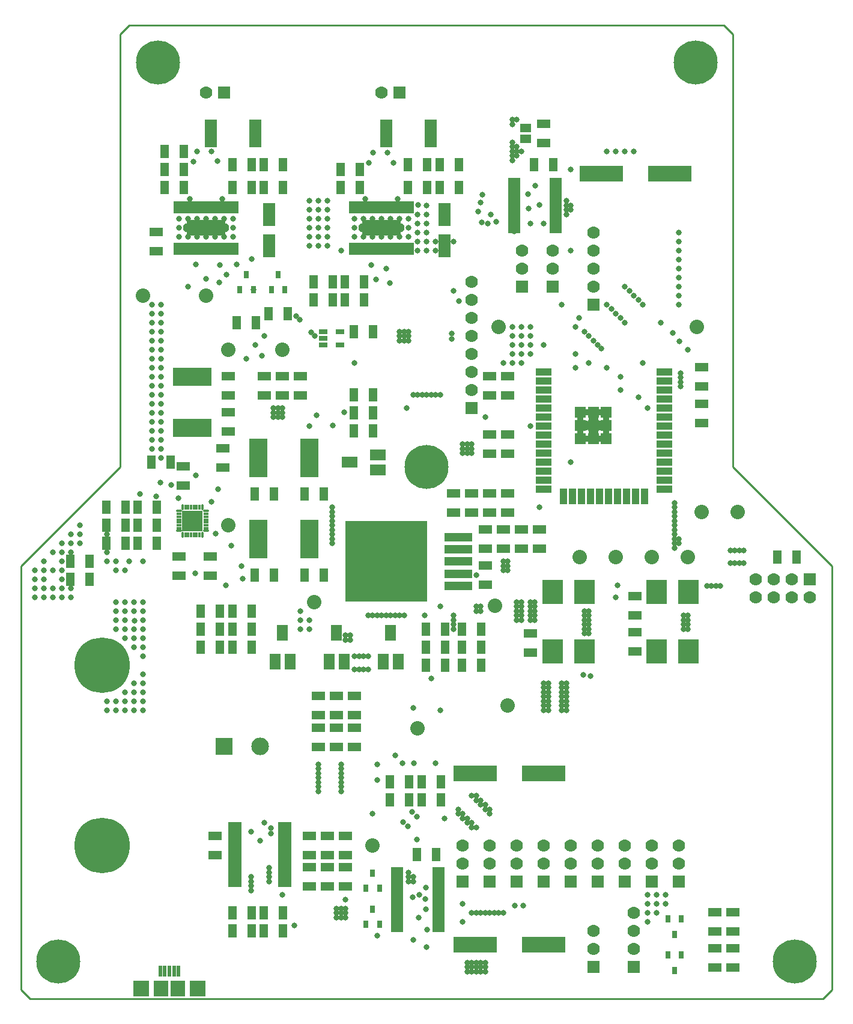
<source format=gts>
G04*
G04 #@! TF.GenerationSoftware,Altium Limited,Altium Designer,20.0.7 (75)*
G04*
G04 Layer_Color=8388736*
%FSLAX25Y25*%
%MOIN*%
G70*
G01*
G75*
%ADD10C,0.01000*%
%ADD16C,0.00500*%
%ADD47R,0.21272X0.08674*%
%ADD48R,0.02572X0.06607*%
%ADD49R,0.05131X0.07493*%
%ADD50R,0.24422X0.08674*%
%ADD51R,0.15800X0.04800*%
%ADD52R,0.45800X0.44800*%
%ADD53R,0.07099X0.12611*%
%ADD54R,0.11824X0.13398*%
%ADD55R,0.06036X0.06036*%
%ADD56R,0.08674X0.04343*%
%ADD57R,0.04343X0.08674*%
%ADD58R,0.07493X0.05131*%
%ADD59R,0.03162X0.04147*%
%ADD60R,0.06607X0.02572*%
%ADD61R,0.06706X0.15367*%
%ADD62R,0.08674X0.05918*%
%ADD63R,0.05918X0.08674*%
%ADD64R,0.02375X0.06312*%
%ADD65R,0.08674X0.08674*%
%ADD66R,0.08280X0.08674*%
%ADD67R,0.07493X0.02572*%
%ADD68R,0.04737X0.03162*%
%ADD69R,0.21800X0.10300*%
%ADD70R,0.10300X0.21800*%
%ADD71R,0.11181X0.11181*%
G04:AMPARAMS|DCode=72|XSize=15.35mil|YSize=31.1mil|CornerRadius=0mil|HoleSize=0mil|Usage=FLASHONLY|Rotation=0.000|XOffset=0mil|YOffset=0mil|HoleType=Round|Shape=Octagon|*
%AMOCTAGOND72*
4,1,8,-0.00384,0.01555,0.00384,0.01555,0.00768,0.01171,0.00768,-0.01171,0.00384,-0.01555,-0.00384,-0.01555,-0.00768,-0.01171,-0.00768,0.01171,-0.00384,0.01555,0.0*
%
%ADD72OCTAGOND72*%

%ADD73R,0.01535X0.03110*%
%ADD74R,0.03110X0.01535*%
G04:AMPARAMS|DCode=75|XSize=15.35mil|YSize=31.1mil|CornerRadius=0mil|HoleSize=0mil|Usage=FLASHONLY|Rotation=90.000|XOffset=0mil|YOffset=0mil|HoleType=Round|Shape=Octagon|*
%AMOCTAGOND75*
4,1,8,-0.01555,-0.00384,-0.01555,0.00384,-0.01171,0.00768,0.01171,0.00768,0.01555,0.00384,0.01555,-0.00384,0.01171,-0.00768,-0.01171,-0.00768,-0.01555,-0.00384,0.0*
%
%ADD75OCTAGOND75*%

%ADD76R,0.06312X0.05131*%
%ADD77C,0.07000*%
%ADD78R,0.07000X0.07000*%
%ADD79C,0.08000*%
%ADD80R,0.07000X0.07000*%
%ADD81C,0.09800*%
%ADD82R,0.09800X0.09800*%
%ADD83C,0.30800*%
%ADD84C,0.24422*%
%ADD85C,0.03162*%
%ADD86C,0.05524*%
%ADD87C,0.03556*%
D10*
X625000Y245000D02*
X625000Y10000D01*
X620000Y5000D02*
X625000Y10000D01*
X570000Y300000D02*
X625000Y245000D01*
X180000Y5000D02*
X620000D01*
X175000Y10000D02*
X180000Y5000D01*
X175000Y10000D02*
Y15000D01*
X175000D02*
X175000D01*
X175000D02*
Y245000D01*
X230000Y300000D01*
Y540000D02*
X235000Y545000D01*
X230000Y300000D02*
Y540000D01*
X570000Y300000D02*
Y540000D01*
X565000Y545000D02*
X570000Y540000D01*
X235000Y545000D02*
X565000D01*
D16*
X237252Y4791D02*
X277252D01*
D47*
X375000Y432500D02*
D03*
X277500D02*
D03*
D48*
X391634Y420933D02*
D03*
X389075D02*
D03*
X386516D02*
D03*
X383957D02*
D03*
X381398D02*
D03*
X378839D02*
D03*
X376279D02*
D03*
X373721D02*
D03*
X371161D02*
D03*
X368602D02*
D03*
X366043D02*
D03*
X363484D02*
D03*
X360925D02*
D03*
X358366D02*
D03*
Y444067D02*
D03*
X360925D02*
D03*
X363484D02*
D03*
X366043D02*
D03*
X368602D02*
D03*
X371161D02*
D03*
X373721D02*
D03*
X376279D02*
D03*
X378839D02*
D03*
X381398D02*
D03*
X383957D02*
D03*
X386516D02*
D03*
X389075D02*
D03*
X391634D02*
D03*
X294134D02*
D03*
X291575D02*
D03*
X289016D02*
D03*
X286457D02*
D03*
X283898D02*
D03*
X281339D02*
D03*
X278780D02*
D03*
X276220D02*
D03*
X273661D02*
D03*
X271102D02*
D03*
X268543D02*
D03*
X265984D02*
D03*
X263425D02*
D03*
X260866D02*
D03*
Y420933D02*
D03*
X263425D02*
D03*
X265984D02*
D03*
X268543D02*
D03*
X271102D02*
D03*
X273661D02*
D03*
X276220D02*
D03*
X278780D02*
D03*
X281339D02*
D03*
X283898D02*
D03*
X286457D02*
D03*
X289016D02*
D03*
X291575D02*
D03*
X294134D02*
D03*
D49*
X359685Y340000D02*
D03*
X370315D02*
D03*
X247185Y302500D02*
D03*
X257815D02*
D03*
X309685Y455000D02*
D03*
X320315D02*
D03*
X302815D02*
D03*
X292185D02*
D03*
X417815Y467500D02*
D03*
X407185D02*
D03*
X407815Y115374D02*
D03*
X397185D02*
D03*
X407815Y125374D02*
D03*
X397185D02*
D03*
X390315Y115374D02*
D03*
X379685D02*
D03*
X390315Y125374D02*
D03*
X379685D02*
D03*
X359685Y330000D02*
D03*
X370315D02*
D03*
X320315Y467500D02*
D03*
X309685D02*
D03*
X254685Y475000D02*
D03*
X265315D02*
D03*
X254685Y465000D02*
D03*
X265315D02*
D03*
X254685Y455000D02*
D03*
X265315D02*
D03*
X302815Y467500D02*
D03*
X292185D02*
D03*
X407185Y455000D02*
D03*
X417815D02*
D03*
X362815Y465000D02*
D03*
X352185D02*
D03*
X389685Y467500D02*
D03*
X400315D02*
D03*
Y455000D02*
D03*
X389685D02*
D03*
X359685Y320000D02*
D03*
X370315D02*
D03*
X362815Y455000D02*
D03*
X352185D02*
D03*
X470315Y467500D02*
D03*
X459685D02*
D03*
X405315Y85000D02*
D03*
X394685D02*
D03*
X594685Y250000D02*
D03*
X605315D02*
D03*
X302815Y52500D02*
D03*
X292185D02*
D03*
Y42500D02*
D03*
X302815D02*
D03*
X320315D02*
D03*
X309685D02*
D03*
X320315Y52500D02*
D03*
X309685D02*
D03*
X410315Y200000D02*
D03*
X399685D02*
D03*
X202185Y237500D02*
D03*
X212815D02*
D03*
X202185Y247500D02*
D03*
X212815D02*
D03*
X419685Y210000D02*
D03*
X430315D02*
D03*
Y190000D02*
D03*
X419685D02*
D03*
Y200000D02*
D03*
X430315D02*
D03*
X399685Y190000D02*
D03*
X410315D02*
D03*
Y210000D02*
D03*
X399685D02*
D03*
X370315Y375000D02*
D03*
X359685D02*
D03*
X305315Y380000D02*
D03*
X294685D02*
D03*
X312185Y385000D02*
D03*
X322815D02*
D03*
X337185Y392500D02*
D03*
X347815D02*
D03*
X354685D02*
D03*
X365315D02*
D03*
X354685Y402500D02*
D03*
X365315D02*
D03*
X337185D02*
D03*
X347815D02*
D03*
X239685Y277500D02*
D03*
X250315D02*
D03*
X292185Y220000D02*
D03*
X302815D02*
D03*
X292185Y210000D02*
D03*
X302815D02*
D03*
Y200000D02*
D03*
X292185D02*
D03*
X285315D02*
D03*
X274685D02*
D03*
Y210000D02*
D03*
X285315D02*
D03*
X274685Y220000D02*
D03*
X285315D02*
D03*
X232815Y267500D02*
D03*
X222185D02*
D03*
Y277500D02*
D03*
X232815D02*
D03*
Y257500D02*
D03*
X222185D02*
D03*
X239685Y267500D02*
D03*
X250315D02*
D03*
X239685Y257500D02*
D03*
X250315D02*
D03*
X304685Y285000D02*
D03*
X315315D02*
D03*
X304685Y240000D02*
D03*
X315315D02*
D03*
X332185D02*
D03*
X342815D02*
D03*
X332185Y285000D02*
D03*
X342815D02*
D03*
D50*
X535000Y462500D02*
D03*
X497000D02*
D03*
X465000Y130000D02*
D03*
X427000D02*
D03*
X465000Y35000D02*
D03*
X427000D02*
D03*
D51*
X417500Y260900D02*
D03*
Y247500D02*
D03*
Y240800D02*
D03*
Y234100D02*
D03*
Y254200D02*
D03*
D52*
X377500Y247500D02*
D03*
D53*
X410000Y422500D02*
D03*
Y439823D02*
D03*
X312500Y422500D02*
D03*
Y439823D02*
D03*
D54*
X470000Y197500D02*
D03*
Y230571D02*
D03*
X487716Y197500D02*
D03*
Y230571D02*
D03*
X527500Y197500D02*
D03*
Y230571D02*
D03*
X545217Y197500D02*
D03*
Y230571D02*
D03*
D55*
X499689Y330216D02*
D03*
X492465D02*
D03*
X485240D02*
D03*
X499689Y315767D02*
D03*
Y322991D02*
D03*
X492465Y315767D02*
D03*
Y322991D02*
D03*
X485240Y315767D02*
D03*
Y322991D02*
D03*
D56*
X531929Y352500D02*
D03*
Y347500D02*
D03*
Y342500D02*
D03*
Y337500D02*
D03*
Y332500D02*
D03*
Y327500D02*
D03*
Y322500D02*
D03*
Y317500D02*
D03*
Y312500D02*
D03*
Y307500D02*
D03*
Y302500D02*
D03*
Y297500D02*
D03*
Y292500D02*
D03*
Y287500D02*
D03*
X465000D02*
D03*
Y292500D02*
D03*
Y297500D02*
D03*
Y302500D02*
D03*
Y307500D02*
D03*
Y312500D02*
D03*
Y317500D02*
D03*
Y322500D02*
D03*
Y327500D02*
D03*
Y332500D02*
D03*
Y337500D02*
D03*
Y342500D02*
D03*
Y347500D02*
D03*
Y352500D02*
D03*
D57*
X520965Y283563D02*
D03*
X515965D02*
D03*
X510965D02*
D03*
X505965D02*
D03*
X500965D02*
D03*
X495965D02*
D03*
X490965D02*
D03*
X485965D02*
D03*
X480965D02*
D03*
X475965D02*
D03*
D58*
X435000Y339685D02*
D03*
Y350315D02*
D03*
X250000Y430315D02*
D03*
Y419685D02*
D03*
X462500Y265315D02*
D03*
Y254685D02*
D03*
X452500Y265315D02*
D03*
Y254685D02*
D03*
X442500Y265315D02*
D03*
Y254685D02*
D03*
X432500Y265315D02*
D03*
Y254685D02*
D03*
X445000Y285315D02*
D03*
Y274685D02*
D03*
X435000Y285315D02*
D03*
Y274685D02*
D03*
X425000Y285315D02*
D03*
Y274685D02*
D03*
X415000Y285315D02*
D03*
Y274685D02*
D03*
X465000Y479685D02*
D03*
Y490315D02*
D03*
X552500Y335000D02*
D03*
Y324370D02*
D03*
Y355315D02*
D03*
Y344685D02*
D03*
X560000Y52815D02*
D03*
Y42185D02*
D03*
X570000D02*
D03*
Y52815D02*
D03*
X560000Y22185D02*
D03*
Y32815D02*
D03*
X570000D02*
D03*
Y22185D02*
D03*
X445000Y339685D02*
D03*
Y350315D02*
D03*
X335000Y84685D02*
D03*
Y95315D02*
D03*
Y67185D02*
D03*
Y77815D02*
D03*
X282500Y95315D02*
D03*
Y84685D02*
D03*
X345000D02*
D03*
Y95315D02*
D03*
X355000Y84685D02*
D03*
Y95315D02*
D03*
X345000Y77815D02*
D03*
Y67185D02*
D03*
X515500Y228315D02*
D03*
Y217685D02*
D03*
X445000Y307185D02*
D03*
Y317815D02*
D03*
X435000D02*
D03*
Y307185D02*
D03*
X515500Y208315D02*
D03*
Y197685D02*
D03*
X457500Y196870D02*
D03*
Y207500D02*
D03*
X355000Y77815D02*
D03*
Y67185D02*
D03*
X432500Y245315D02*
D03*
Y234685D02*
D03*
X330000Y350315D02*
D03*
Y339685D02*
D03*
X320000D02*
D03*
Y350315D02*
D03*
X310000Y339685D02*
D03*
Y350315D02*
D03*
X360000Y155315D02*
D03*
Y144685D02*
D03*
X340000Y155315D02*
D03*
Y144685D02*
D03*
X350000Y155315D02*
D03*
Y144685D02*
D03*
Y172815D02*
D03*
Y162185D02*
D03*
X360000Y172815D02*
D03*
Y162185D02*
D03*
X340000Y172815D02*
D03*
Y162185D02*
D03*
X286999Y310315D02*
D03*
Y299685D02*
D03*
X290000Y339685D02*
D03*
Y350315D02*
D03*
Y330315D02*
D03*
Y319685D02*
D03*
X265000Y300315D02*
D03*
Y289685D02*
D03*
X280000Y239685D02*
D03*
Y250315D02*
D03*
X262500Y239685D02*
D03*
Y250315D02*
D03*
D59*
X366260Y46142D02*
D03*
X373740D02*
D03*
X370000Y54606D02*
D03*
X366260Y66142D02*
D03*
X373740D02*
D03*
X370000Y74606D02*
D03*
X313760Y398268D02*
D03*
X321240D02*
D03*
X317500Y406732D02*
D03*
X537500Y20768D02*
D03*
X533760Y29232D02*
D03*
X541240D02*
D03*
X537500Y40768D02*
D03*
X533760Y49232D02*
D03*
X541240D02*
D03*
X300000Y406732D02*
D03*
X303740Y398268D02*
D03*
X296260D02*
D03*
D60*
X406567Y76634D02*
D03*
Y74075D02*
D03*
Y71516D02*
D03*
Y68957D02*
D03*
Y66398D02*
D03*
Y63839D02*
D03*
Y61279D02*
D03*
Y58720D02*
D03*
Y56161D02*
D03*
Y53602D02*
D03*
Y51043D02*
D03*
Y48484D02*
D03*
Y45925D02*
D03*
Y43366D02*
D03*
X383433D02*
D03*
Y45925D02*
D03*
Y48484D02*
D03*
Y51043D02*
D03*
Y53602D02*
D03*
Y56161D02*
D03*
Y58720D02*
D03*
Y61279D02*
D03*
Y63839D02*
D03*
Y66398D02*
D03*
Y68957D02*
D03*
Y71516D02*
D03*
Y74075D02*
D03*
Y76634D02*
D03*
X448433Y459075D02*
D03*
Y456516D02*
D03*
Y453957D02*
D03*
Y451398D02*
D03*
Y448839D02*
D03*
Y446279D02*
D03*
Y443720D02*
D03*
Y441161D02*
D03*
Y438602D02*
D03*
Y436043D02*
D03*
Y433484D02*
D03*
Y430925D02*
D03*
X471567D02*
D03*
Y433484D02*
D03*
Y436043D02*
D03*
Y438602D02*
D03*
Y441161D02*
D03*
Y443720D02*
D03*
Y446279D02*
D03*
Y448839D02*
D03*
Y451398D02*
D03*
Y453957D02*
D03*
Y456516D02*
D03*
Y459075D02*
D03*
D61*
X304803Y485000D02*
D03*
X280197D02*
D03*
X377697D02*
D03*
X402303D02*
D03*
D62*
X357126Y302500D02*
D03*
X372874Y306634D02*
D03*
Y298366D02*
D03*
D63*
X320000Y207874D02*
D03*
X324134Y192126D02*
D03*
X315866D02*
D03*
X380000Y207874D02*
D03*
X384134Y192126D02*
D03*
X375866D02*
D03*
X350000Y207874D02*
D03*
X354134Y192126D02*
D03*
X345866D02*
D03*
D64*
X259811Y20146D02*
D03*
X262370D02*
D03*
X257252Y20146D02*
D03*
X254693Y20146D02*
D03*
X252134D02*
D03*
D65*
X241504Y10500D02*
D03*
X273000D02*
D03*
D66*
X261976D02*
D03*
X252528D02*
D03*
D67*
X293721Y101634D02*
D03*
Y99075D02*
D03*
Y96516D02*
D03*
Y93957D02*
D03*
Y91398D02*
D03*
Y88839D02*
D03*
Y86279D02*
D03*
Y83720D02*
D03*
Y81161D02*
D03*
Y78602D02*
D03*
Y76043D02*
D03*
Y73484D02*
D03*
Y70925D02*
D03*
Y68366D02*
D03*
X321280D02*
D03*
Y70925D02*
D03*
Y73484D02*
D03*
Y76043D02*
D03*
Y78602D02*
D03*
Y81161D02*
D03*
Y83720D02*
D03*
Y86279D02*
D03*
Y88839D02*
D03*
Y91398D02*
D03*
Y93957D02*
D03*
Y96516D02*
D03*
Y99075D02*
D03*
Y101634D02*
D03*
D68*
X351948Y367500D02*
D03*
Y374900D02*
D03*
X342500Y367500D02*
D03*
Y371200D02*
D03*
Y374900D02*
D03*
D69*
X270000Y350000D02*
D03*
X270055Y321664D02*
D03*
D70*
X306664Y259945D02*
D03*
X335000Y260000D02*
D03*
X306664Y304945D02*
D03*
X335000Y305000D02*
D03*
D71*
X270000Y270000D02*
D03*
D72*
X264488Y262421D02*
D03*
X275512D02*
D03*
X264488Y277579D02*
D03*
X275512D02*
D03*
D73*
X266063Y262421D02*
D03*
X267638D02*
D03*
X269213D02*
D03*
X270787D02*
D03*
X272362D02*
D03*
X273937D02*
D03*
X266063Y277579D02*
D03*
X267638D02*
D03*
X269213D02*
D03*
X270787D02*
D03*
X272362D02*
D03*
X273937D02*
D03*
D74*
X262421Y269213D02*
D03*
Y270787D02*
D03*
Y272362D02*
D03*
Y273937D02*
D03*
Y266063D02*
D03*
Y267638D02*
D03*
X277579Y269213D02*
D03*
Y270787D02*
D03*
Y272362D02*
D03*
Y273937D02*
D03*
Y266063D02*
D03*
Y267638D02*
D03*
D75*
X262421Y275512D02*
D03*
Y264488D02*
D03*
X277579Y275512D02*
D03*
Y264488D02*
D03*
D76*
X455000Y487953D02*
D03*
Y482047D02*
D03*
D77*
X492500Y430000D02*
D03*
Y420000D02*
D03*
Y410000D02*
D03*
Y400000D02*
D03*
X277500Y507500D02*
D03*
X582500Y237500D02*
D03*
Y227500D02*
D03*
X612500D02*
D03*
X602500D02*
D03*
Y237500D02*
D03*
X592500D02*
D03*
Y227500D02*
D03*
X492500Y42500D02*
D03*
Y32500D02*
D03*
X515000D02*
D03*
Y42500D02*
D03*
Y52500D02*
D03*
X470000Y420000D02*
D03*
Y410000D02*
D03*
X540000Y90000D02*
D03*
Y80000D02*
D03*
X453000Y420000D02*
D03*
Y410000D02*
D03*
X510000Y90000D02*
D03*
Y80000D02*
D03*
X525000Y90000D02*
D03*
Y80000D02*
D03*
X480000Y90000D02*
D03*
Y80000D02*
D03*
X495000Y90000D02*
D03*
Y80000D02*
D03*
X450000Y90000D02*
D03*
Y80000D02*
D03*
X465000Y90000D02*
D03*
Y80000D02*
D03*
X425000Y342500D02*
D03*
Y352500D02*
D03*
Y362500D02*
D03*
Y372500D02*
D03*
Y382500D02*
D03*
Y392500D02*
D03*
Y402500D02*
D03*
X420000Y90000D02*
D03*
Y80000D02*
D03*
X435000Y90000D02*
D03*
Y80000D02*
D03*
X375000Y507500D02*
D03*
D78*
X492500Y390000D02*
D03*
Y22500D02*
D03*
X515000D02*
D03*
X470000Y400000D02*
D03*
X540000Y70000D02*
D03*
X453000Y400000D02*
D03*
X510000Y70000D02*
D03*
X525000D02*
D03*
X480000D02*
D03*
X495000D02*
D03*
X450000D02*
D03*
X465000D02*
D03*
X425000Y332500D02*
D03*
X420000Y70000D02*
D03*
X435000D02*
D03*
D79*
X320000Y365000D02*
D03*
X370000Y90000D02*
D03*
X290000Y365000D02*
D03*
X550000Y377500D02*
D03*
X440000D02*
D03*
X242500Y395000D02*
D03*
X290000Y267500D02*
D03*
X445000Y167500D02*
D03*
X438000Y223000D02*
D03*
X277500Y395000D02*
D03*
X395000Y155000D02*
D03*
X337500Y225000D02*
D03*
X572500Y275000D02*
D03*
X552500D02*
D03*
X505000Y250000D02*
D03*
X485000D02*
D03*
X545000D02*
D03*
X525000D02*
D03*
D80*
X287500Y507500D02*
D03*
X612500Y237500D02*
D03*
X385000Y507500D02*
D03*
D81*
X307500Y145000D02*
D03*
D82*
X287500D02*
D03*
D83*
X220000Y190000D02*
D03*
Y90000D02*
D03*
D84*
X250775Y524350D02*
D03*
X549225D02*
D03*
X400000Y300000D02*
D03*
X195700Y25700D02*
D03*
X604300D02*
D03*
D85*
X563000Y234000D02*
D03*
X560500D02*
D03*
X558000D02*
D03*
X555500D02*
D03*
X384000Y448800D02*
D03*
X366000D02*
D03*
X457500Y322500D02*
D03*
X484531Y382615D02*
D03*
X482500Y377500D02*
D03*
X465000Y367500D02*
D03*
X490000Y357500D02*
D03*
X500000Y354957D02*
D03*
X482500Y355000D02*
D03*
X491000Y184000D02*
D03*
X487000Y184500D02*
D03*
X282896Y262810D02*
D03*
X250000Y283500D02*
D03*
X576000Y253500D02*
D03*
X573500D02*
D03*
X571000D02*
D03*
X568500D02*
D03*
X576000Y246500D02*
D03*
X573500D02*
D03*
X571000D02*
D03*
X568500D02*
D03*
X537500Y255000D02*
D03*
X540000Y260000D02*
D03*
X537500Y257500D02*
D03*
X540000D02*
D03*
X537500Y260000D02*
D03*
Y262500D02*
D03*
Y265000D02*
D03*
Y267500D02*
D03*
Y280000D02*
D03*
Y277500D02*
D03*
Y272500D02*
D03*
X490000Y207500D02*
D03*
X487500D02*
D03*
X542500Y210000D02*
D03*
Y212500D02*
D03*
Y215000D02*
D03*
Y217500D02*
D03*
X545000Y210000D02*
D03*
Y212500D02*
D03*
Y217500D02*
D03*
Y215000D02*
D03*
X537500Y275000D02*
D03*
Y270000D02*
D03*
X541000Y344500D02*
D03*
Y347000D02*
D03*
Y349500D02*
D03*
X313500Y96500D02*
D03*
Y99500D02*
D03*
X355000Y50000D02*
D03*
X352500D02*
D03*
X350000D02*
D03*
X315000Y327500D02*
D03*
Y330000D02*
D03*
Y332500D02*
D03*
X447500Y372500D02*
D03*
Y377500D02*
D03*
X452500D02*
D03*
X442500Y357500D02*
D03*
X303800Y398400D02*
D03*
X410000Y440000D02*
D03*
Y437500D02*
D03*
Y442500D02*
D03*
X312500Y440000D02*
D03*
Y437500D02*
D03*
Y442500D02*
D03*
X283730Y469565D02*
D03*
X329500Y381500D02*
D03*
X338000Y372500D02*
D03*
X327500Y383500D02*
D03*
X336000Y374500D02*
D03*
X431000Y451000D02*
D03*
X430000Y446500D02*
D03*
X428500Y441500D02*
D03*
X430500Y435500D02*
D03*
X435500Y440000D02*
D03*
X434000Y435000D02*
D03*
X438500Y436000D02*
D03*
X381500Y468500D02*
D03*
X492500Y462500D02*
D03*
X497500D02*
D03*
X502500D02*
D03*
X530000D02*
D03*
X535000D02*
D03*
X540000D02*
D03*
X367800Y468500D02*
D03*
X419685Y210000D02*
D03*
Y200000D02*
D03*
X410315D02*
D03*
X399685Y210000D02*
D03*
X405000Y135500D02*
D03*
X386500D02*
D03*
X393000D02*
D03*
X392000Y108500D02*
D03*
X202500Y232500D02*
D03*
Y227500D02*
D03*
X197500D02*
D03*
X192500D02*
D03*
X187500D02*
D03*
X182500D02*
D03*
Y232500D02*
D03*
X187500D02*
D03*
X192500D02*
D03*
X197500D02*
D03*
X212815Y237500D02*
D03*
Y247500D02*
D03*
X477500Y447500D02*
D03*
Y440000D02*
D03*
X480000Y444961D02*
D03*
X477500Y445000D02*
D03*
X480000Y442500D02*
D03*
X477500D02*
D03*
X447500Y470000D02*
D03*
X450000Y472500D02*
D03*
X447500D02*
D03*
Y480000D02*
D03*
Y477500D02*
D03*
X450000D02*
D03*
X452500Y475000D02*
D03*
X447500D02*
D03*
Y490000D02*
D03*
Y492500D02*
D03*
X450000D02*
D03*
X335000Y265000D02*
D03*
Y260000D02*
D03*
Y255000D02*
D03*
X395900Y62700D02*
D03*
X390000Y75000D02*
D03*
X392500Y72500D02*
D03*
X390000D02*
D03*
Y70000D02*
D03*
X302500Y72500D02*
D03*
Y70000D02*
D03*
Y67500D02*
D03*
X312500Y77500D02*
D03*
Y70000D02*
D03*
Y75000D02*
D03*
X350000Y52500D02*
D03*
X352500D02*
D03*
X355000D02*
D03*
Y55000D02*
D03*
X352500D02*
D03*
X540000Y390000D02*
D03*
Y395000D02*
D03*
Y400000D02*
D03*
Y405000D02*
D03*
Y410000D02*
D03*
Y415000D02*
D03*
Y420000D02*
D03*
Y425000D02*
D03*
Y430000D02*
D03*
X442500Y242500D02*
D03*
Y245000D02*
D03*
Y247500D02*
D03*
X445000D02*
D03*
Y242500D02*
D03*
X317500Y327500D02*
D03*
Y330000D02*
D03*
Y332500D02*
D03*
X320000D02*
D03*
Y330000D02*
D03*
Y327500D02*
D03*
X357500Y204000D02*
D03*
X355000D02*
D03*
X357500Y206500D02*
D03*
X355000D02*
D03*
X367500Y195000D02*
D03*
X365000D02*
D03*
X362500D02*
D03*
X360000D02*
D03*
X367500Y187500D02*
D03*
X365000D02*
D03*
X362500D02*
D03*
X360000D02*
D03*
X415000Y210000D02*
D03*
Y212500D02*
D03*
Y215000D02*
D03*
Y217500D02*
D03*
X430000Y222500D02*
D03*
Y220000D02*
D03*
X427500D02*
D03*
X390000Y372500D02*
D03*
X387500Y370000D02*
D03*
X385000Y372500D02*
D03*
X387500Y375000D02*
D03*
Y372500D02*
D03*
X385000Y375000D02*
D03*
Y370000D02*
D03*
X390000D02*
D03*
Y375000D02*
D03*
X385000Y217500D02*
D03*
X387500D02*
D03*
X382500D02*
D03*
X380000D02*
D03*
X377500D02*
D03*
X375000D02*
D03*
X372500D02*
D03*
X370000D02*
D03*
X367500D02*
D03*
X414000Y374000D02*
D03*
Y371000D02*
D03*
X432500Y327500D02*
D03*
X387000Y103000D02*
D03*
X394500Y106000D02*
D03*
X389500Y100500D02*
D03*
X288500Y300000D02*
D03*
X285500D02*
D03*
X449000Y56500D02*
D03*
X266500Y289500D02*
D03*
X263500D02*
D03*
X281500Y250500D02*
D03*
X278500D02*
D03*
X261000D02*
D03*
X264000D02*
D03*
X320000Y339685D02*
D03*
X390315Y125374D02*
D03*
X448500Y430500D02*
D03*
X402500Y182500D02*
D03*
X419685Y190000D02*
D03*
X430315Y210000D02*
D03*
X388750Y332500D02*
D03*
X335000Y305000D02*
D03*
X265315Y475000D02*
D03*
X292185Y467500D02*
D03*
X320315D02*
D03*
X362815Y465000D02*
D03*
X389685Y467500D02*
D03*
X417815D02*
D03*
X470315D02*
D03*
X445000Y285315D02*
D03*
X435000D02*
D03*
X425000D02*
D03*
X415000D02*
D03*
X270055Y321664D02*
D03*
X290000Y319685D02*
D03*
X285315Y200000D02*
D03*
X262500Y240000D02*
D03*
X280000Y239500D02*
D03*
X288595Y234399D02*
D03*
X271578Y240922D02*
D03*
X380000Y207874D02*
D03*
X292185Y210000D02*
D03*
X302815D02*
D03*
Y220000D02*
D03*
X350000Y207874D02*
D03*
X460000Y215000D02*
D03*
Y217500D02*
D03*
Y220000D02*
D03*
Y222500D02*
D03*
Y225000D02*
D03*
X450000Y215000D02*
D03*
Y217500D02*
D03*
Y220000D02*
D03*
Y222500D02*
D03*
Y225000D02*
D03*
X465000Y165000D02*
D03*
Y167500D02*
D03*
Y170000D02*
D03*
Y172500D02*
D03*
Y175000D02*
D03*
Y177500D02*
D03*
Y180000D02*
D03*
X475000Y165000D02*
D03*
Y167500D02*
D03*
Y170000D02*
D03*
Y172500D02*
D03*
Y175000D02*
D03*
Y177500D02*
D03*
Y180000D02*
D03*
X422500Y20000D02*
D03*
X425000D02*
D03*
X427500D02*
D03*
X430000D02*
D03*
X432500D02*
D03*
X197500Y237500D02*
D03*
Y242500D02*
D03*
Y247500D02*
D03*
X202500Y252500D02*
D03*
X425000Y310000D02*
D03*
X422500D02*
D03*
X420000D02*
D03*
X422500Y312500D02*
D03*
Y307500D02*
D03*
X395110Y445153D02*
D03*
X395000Y440000D02*
D03*
Y420000D02*
D03*
X405000Y340000D02*
D03*
X400000D02*
D03*
X395000D02*
D03*
X347500Y277500D02*
D03*
Y272500D02*
D03*
Y275000D02*
D03*
Y270000D02*
D03*
Y265000D02*
D03*
Y260000D02*
D03*
X352500Y135000D02*
D03*
Y132500D02*
D03*
Y130000D02*
D03*
Y127500D02*
D03*
Y125000D02*
D03*
Y120000D02*
D03*
Y122500D02*
D03*
X340000Y120000D02*
D03*
Y122500D02*
D03*
Y125000D02*
D03*
Y127500D02*
D03*
Y130000D02*
D03*
Y132500D02*
D03*
Y135000D02*
D03*
X427500Y52500D02*
D03*
X432500D02*
D03*
X437500D02*
D03*
X442500D02*
D03*
X425000Y25000D02*
D03*
Y22500D02*
D03*
X430000D02*
D03*
Y25000D02*
D03*
X432500Y22500D02*
D03*
X427500D02*
D03*
X422500D02*
D03*
X435000Y110000D02*
D03*
X432500Y112500D02*
D03*
X430000Y115000D02*
D03*
X427500Y117500D02*
D03*
X435000Y107500D02*
D03*
X425000Y117500D02*
D03*
X430000Y112500D02*
D03*
X425000Y100000D02*
D03*
X422500Y102500D02*
D03*
X420000Y105000D02*
D03*
X417500Y107500D02*
D03*
X420000D02*
D03*
X425000Y102500D02*
D03*
X487500Y217500D02*
D03*
Y212500D02*
D03*
X490000D02*
D03*
Y217500D02*
D03*
X452500Y222500D02*
D03*
Y217500D02*
D03*
X457500D02*
D03*
Y222500D02*
D03*
X477500Y167500D02*
D03*
Y172500D02*
D03*
Y177500D02*
D03*
X467500D02*
D03*
Y172500D02*
D03*
Y167500D02*
D03*
X490000Y372500D02*
D03*
X495000Y367500D02*
D03*
X517500Y392500D02*
D03*
X512500Y397500D02*
D03*
X502500Y387500D02*
D03*
X507500Y382500D02*
D03*
X450000Y475000D02*
D03*
X394476Y93438D02*
D03*
X312500Y72500D02*
D03*
X302500Y65000D02*
D03*
X232500Y242500D02*
D03*
X258074Y289820D02*
D03*
X272018Y295175D02*
D03*
X252074Y291292D02*
D03*
X262181Y282610D02*
D03*
X242500Y225000D02*
D03*
X237500D02*
D03*
X232500D02*
D03*
X270500Y469465D02*
D03*
X334922Y209994D02*
D03*
X352500Y420000D02*
D03*
X292500Y427500D02*
D03*
X271831Y412140D02*
D03*
X303031Y415167D02*
D03*
X267500Y400000D02*
D03*
X310000Y372500D02*
D03*
X282500Y432500D02*
D03*
X292500D02*
D03*
X272500D02*
D03*
X262500D02*
D03*
Y437500D02*
D03*
X267500D02*
D03*
X272500D02*
D03*
X277500D02*
D03*
X282500D02*
D03*
X287500D02*
D03*
X292500D02*
D03*
X287500Y427500D02*
D03*
X282500D02*
D03*
X277500D02*
D03*
X272500D02*
D03*
X267500D02*
D03*
X262500D02*
D03*
X380000Y437500D02*
D03*
X375000D02*
D03*
X370000D02*
D03*
X365000D02*
D03*
X360000D02*
D03*
Y432500D02*
D03*
X370000D02*
D03*
X360000Y427500D02*
D03*
X365000D02*
D03*
X370000D02*
D03*
X247500Y330000D02*
D03*
X297828Y237828D02*
D03*
X272500Y270000D02*
D03*
X270000Y267500D02*
D03*
X267500Y272500D02*
D03*
Y267500D02*
D03*
X270000Y272500D02*
D03*
X272500D02*
D03*
X270000Y270000D02*
D03*
X267500D02*
D03*
X320000Y62500D02*
D03*
X241012Y284953D02*
D03*
X235000Y247500D02*
D03*
X291490Y256417D02*
D03*
X297375Y244875D02*
D03*
X284168Y287675D02*
D03*
X280500Y280500D02*
D03*
X326688Y45771D02*
D03*
X302500Y97500D02*
D03*
X310000Y102500D02*
D03*
X307500Y92500D02*
D03*
X420000Y57500D02*
D03*
X410000Y105000D02*
D03*
X370000Y107500D02*
D03*
X372500Y40000D02*
D03*
X392500Y70000D02*
D03*
X392140Y61377D02*
D03*
X395581Y50090D02*
D03*
X399410Y66508D02*
D03*
X399089Y60468D02*
D03*
X453422Y56578D02*
D03*
X350000Y55000D02*
D03*
X252500Y330000D02*
D03*
X247500Y325000D02*
D03*
X252500D02*
D03*
X247500Y320000D02*
D03*
X252500D02*
D03*
X247500Y315000D02*
D03*
X252500D02*
D03*
X247500Y335000D02*
D03*
X252500D02*
D03*
X247500Y340000D02*
D03*
X252500D02*
D03*
X247500Y310000D02*
D03*
X252500D02*
D03*
Y305000D02*
D03*
X227500Y225000D02*
D03*
Y220000D02*
D03*
X232500D02*
D03*
X237500D02*
D03*
X222500Y257500D02*
D03*
Y267500D02*
D03*
Y262500D02*
D03*
X207500Y267500D02*
D03*
Y262500D02*
D03*
X202500D02*
D03*
X207500Y257500D02*
D03*
X202500D02*
D03*
X197500D02*
D03*
X192500Y252500D02*
D03*
X197500D02*
D03*
X227500Y215000D02*
D03*
X232500D02*
D03*
X237749Y214730D02*
D03*
X227500Y210000D02*
D03*
X232500D02*
D03*
X237500D02*
D03*
X232500Y205000D02*
D03*
X237500D02*
D03*
Y200000D02*
D03*
X242500Y220000D02*
D03*
Y215000D02*
D03*
Y210000D02*
D03*
Y205000D02*
D03*
Y200000D02*
D03*
Y195000D02*
D03*
X247500Y345000D02*
D03*
X252500D02*
D03*
Y350000D02*
D03*
X247500D02*
D03*
Y355000D02*
D03*
X252500D02*
D03*
Y360000D02*
D03*
X247500D02*
D03*
Y365000D02*
D03*
X252500D02*
D03*
Y370000D02*
D03*
X247500D02*
D03*
Y375000D02*
D03*
X252500D02*
D03*
Y380000D02*
D03*
X247500D02*
D03*
Y385000D02*
D03*
X252500D02*
D03*
Y390000D02*
D03*
X247500D02*
D03*
X222500Y252500D02*
D03*
Y247500D02*
D03*
X227500D02*
D03*
X242500Y185000D02*
D03*
X237500Y180000D02*
D03*
X242500D02*
D03*
Y175000D02*
D03*
X237500D02*
D03*
X232500D02*
D03*
X227500Y170000D02*
D03*
X232500D02*
D03*
X237500D02*
D03*
X242500D02*
D03*
Y165000D02*
D03*
X237500D02*
D03*
X232500D02*
D03*
X227500D02*
D03*
X222500Y170000D02*
D03*
Y165000D02*
D03*
X227500Y242500D02*
D03*
X239685Y277500D02*
D03*
X422500Y25000D02*
D03*
X427500D02*
D03*
X432500D02*
D03*
Y110000D02*
D03*
X427500Y115000D02*
D03*
X400180Y43375D02*
D03*
X392500Y37500D02*
D03*
X399659Y54495D02*
D03*
X420000Y47500D02*
D03*
X527500Y57500D02*
D03*
X532500D02*
D03*
X527500Y52500D02*
D03*
X522500D02*
D03*
Y57500D02*
D03*
Y47500D02*
D03*
X272500Y267500D02*
D03*
X362500Y262500D02*
D03*
X372500D02*
D03*
X382500D02*
D03*
X392500D02*
D03*
X362500Y252500D02*
D03*
X372500D02*
D03*
X382500D02*
D03*
X392500D02*
D03*
X362500Y242500D02*
D03*
X382500D02*
D03*
X392500D02*
D03*
X372500Y232500D02*
D03*
X490000Y220000D02*
D03*
X457500D02*
D03*
Y225000D02*
D03*
X452500Y220000D02*
D03*
Y215000D02*
D03*
X427500Y240000D02*
D03*
X432500Y245315D02*
D03*
X417500Y247500D02*
D03*
X507500Y342500D02*
D03*
X372500Y135000D02*
D03*
Y126470D02*
D03*
X487500Y215000D02*
D03*
Y220000D02*
D03*
Y210000D02*
D03*
X522500Y332500D02*
D03*
X517500Y338500D02*
D03*
X507500Y350000D02*
D03*
X487500Y375000D02*
D03*
X492500Y370000D02*
D03*
X500000Y390000D02*
D03*
X382500Y140000D02*
D03*
X392500Y166400D02*
D03*
X457500Y215000D02*
D03*
X355000Y60000D02*
D03*
X425000Y52500D02*
D03*
X430000D02*
D03*
X435000D02*
D03*
X440000D02*
D03*
X417500Y110000D02*
D03*
X422500Y105000D02*
D03*
X427500Y100000D02*
D03*
X400000Y33600D02*
D03*
X187500Y247500D02*
D03*
X182500Y242500D02*
D03*
X187500D02*
D03*
X192500D02*
D03*
X187500Y237500D02*
D03*
X182500D02*
D03*
X467500Y180000D02*
D03*
Y175000D02*
D03*
Y170000D02*
D03*
Y165000D02*
D03*
X407500D02*
D03*
X462500Y277500D02*
D03*
X362500Y232500D02*
D03*
X372500Y242500D02*
D03*
X382500Y232500D02*
D03*
X477500Y175000D02*
D03*
Y170000D02*
D03*
Y180000D02*
D03*
Y165000D02*
D03*
X452500Y225000D02*
D03*
X490000Y210000D02*
D03*
Y215000D02*
D03*
X505735Y234443D02*
D03*
X505000Y227500D02*
D03*
X392500Y232500D02*
D03*
X427500Y222500D02*
D03*
X452500Y362500D02*
D03*
Y357500D02*
D03*
Y367500D02*
D03*
X457500Y362500D02*
D03*
X447500Y357500D02*
D03*
Y362500D02*
D03*
Y367500D02*
D03*
X505000Y385000D02*
D03*
X510000Y380000D02*
D03*
X515000Y395000D02*
D03*
X480000Y465000D02*
D03*
X475000Y390000D02*
D03*
X480000Y420000D02*
D03*
X335000Y322500D02*
D03*
X242500Y247500D02*
D03*
X390000Y427500D02*
D03*
X385000D02*
D03*
X390000Y432500D02*
D03*
X380000Y427500D02*
D03*
X390000Y437500D02*
D03*
X385000D02*
D03*
X380000Y432500D02*
D03*
X375000Y427500D02*
D03*
X277705Y404191D02*
D03*
X369385Y412131D02*
D03*
X371920Y403811D02*
D03*
X377500Y410000D02*
D03*
X510000Y400000D02*
D03*
X445000Y245000D02*
D03*
X510000Y475000D02*
D03*
X505000D02*
D03*
X500000D02*
D03*
X522500Y62500D02*
D03*
X527500D02*
D03*
X532500D02*
D03*
X457500Y367500D02*
D03*
X452500Y372500D02*
D03*
X457500D02*
D03*
Y377500D02*
D03*
X482500Y362500D02*
D03*
X541000Y352000D02*
D03*
X520000Y357500D02*
D03*
Y390000D02*
D03*
X515000Y475000D02*
D03*
X480000Y302500D02*
D03*
X407500Y222500D02*
D03*
X398750Y217500D02*
D03*
X545000Y365000D02*
D03*
X496993Y365507D02*
D03*
X462547Y445161D02*
D03*
X465000Y435000D02*
D03*
X456547Y443181D02*
D03*
X457500Y435000D02*
D03*
X456303Y451181D02*
D03*
X540265Y369671D02*
D03*
X530000Y380000D02*
D03*
X536500Y374343D02*
D03*
X460303Y455822D02*
D03*
X415000Y397500D02*
D03*
X417943Y391958D02*
D03*
X284776Y402276D02*
D03*
X289019Y406519D02*
D03*
X294675Y412176D02*
D03*
X285339Y411833D02*
D03*
X379608Y402107D02*
D03*
X272500Y475000D02*
D03*
X280500D02*
D03*
X286488Y448546D02*
D03*
X378169Y474331D02*
D03*
X370320Y474364D02*
D03*
X360000Y357500D02*
D03*
X340000Y442500D02*
D03*
Y437500D02*
D03*
Y432500D02*
D03*
Y427500D02*
D03*
Y422500D02*
D03*
X335000D02*
D03*
Y427500D02*
D03*
Y432500D02*
D03*
Y437500D02*
D03*
Y442500D02*
D03*
X345000D02*
D03*
Y437500D02*
D03*
Y432500D02*
D03*
Y427500D02*
D03*
Y422500D02*
D03*
X335000Y447500D02*
D03*
X340000D02*
D03*
X345000D02*
D03*
X415000Y425000D02*
D03*
X410000Y420000D02*
D03*
Y425000D02*
D03*
X405000Y420000D02*
D03*
Y425000D02*
D03*
X400000D02*
D03*
Y420000D02*
D03*
Y430000D02*
D03*
Y435000D02*
D03*
Y440000D02*
D03*
Y445000D02*
D03*
X395000Y435000D02*
D03*
Y430000D02*
D03*
Y425000D02*
D03*
X268500Y448500D02*
D03*
X338906Y328673D02*
D03*
X354176Y330391D02*
D03*
X348006Y323048D02*
D03*
X305000Y367500D02*
D03*
X300000Y360000D02*
D03*
X308459Y361591D02*
D03*
X392500Y340000D02*
D03*
X397500D02*
D03*
X402500D02*
D03*
X407500D02*
D03*
X425000Y307500D02*
D03*
X419922Y307493D02*
D03*
Y312493D02*
D03*
X424922D02*
D03*
X347500Y257500D02*
D03*
X347422Y262493D02*
D03*
Y267494D02*
D03*
X329922Y219993D02*
D03*
Y214994D02*
D03*
X334922D02*
D03*
X329922Y209994D02*
D03*
D86*
X277500Y432500D02*
D03*
X287500D02*
D03*
X375000D02*
D03*
X365000D02*
D03*
X492500Y319400D02*
D03*
X488700Y323000D02*
D03*
X496100D02*
D03*
X492500Y326600D02*
D03*
X267500Y432500D02*
D03*
X385000D02*
D03*
D87*
X499700Y326600D02*
D03*
X496100Y330200D02*
D03*
X499700Y319400D02*
D03*
X496100Y315800D02*
D03*
X485200Y326700D02*
D03*
X485300Y319300D02*
D03*
X488900Y315800D02*
D03*
X488800Y330200D02*
D03*
M02*

</source>
